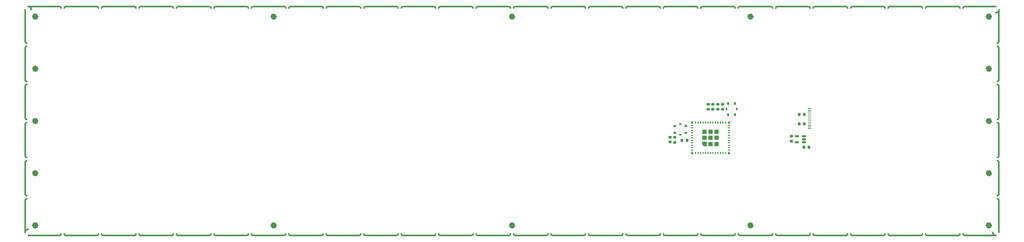
<source format=gbp>
G04 #@! TF.GenerationSoftware,KiCad,Pcbnew,7.0.8*
G04 #@! TF.CreationDate,2023-11-01T20:17:53+00:00*
G04 #@! TF.ProjectId,stencil,7374656e-6369-46c2-9e6b-696361645f70,C*
G04 #@! TF.SameCoordinates,PX2160ec0PY5f5dd18*
G04 #@! TF.FileFunction,Paste,Bot*
G04 #@! TF.FilePolarity,Positive*
%FSLAX46Y46*%
G04 Gerber Fmt 4.6, Leading zero omitted, Abs format (unit mm)*
G04 Created by KiCad (PCBNEW 7.0.8) date 2023-11-01 20:17:53*
%MOMM*%
%LPD*%
G01*
G04 APERTURE LIST*
G04 Aperture macros list*
%AMRoundRect*
0 Rectangle with rounded corners*
0 $1 Rounding radius*
0 $2 $3 $4 $5 $6 $7 $8 $9 X,Y pos of 4 corners*
0 Add a 4 corners polygon primitive as box body*
4,1,4,$2,$3,$4,$5,$6,$7,$8,$9,$2,$3,0*
0 Add four circle primitives for the rounded corners*
1,1,$1+$1,$2,$3*
1,1,$1+$1,$4,$5*
1,1,$1+$1,$6,$7*
1,1,$1+$1,$8,$9*
0 Add four rect primitives between the rounded corners*
20,1,$1+$1,$2,$3,$4,$5,0*
20,1,$1+$1,$4,$5,$6,$7,0*
20,1,$1+$1,$6,$7,$8,$9,0*
20,1,$1+$1,$8,$9,$2,$3,0*%
%AMFreePoly0*
4,1,6,0.725000,-0.725000,-0.125000,-0.725000,-0.725000,-0.125000,-0.725000,0.725000,0.725000,0.725000,0.725000,-0.725000,0.725000,-0.725000,$1*%
G04 Aperture macros list end*
%ADD10C,0.500000*%
%ADD11C,1.000000*%
%ADD12C,1.050000*%
%ADD13RoundRect,0.200000X0.200000X0.275000X-0.200000X0.275000X-0.200000X-0.275000X0.200000X-0.275000X0*%
%ADD14RoundRect,0.225000X-0.225000X-0.250000X0.225000X-0.250000X0.225000X0.250000X-0.225000X0.250000X0*%
%ADD15RoundRect,0.150000X0.512500X0.150000X-0.512500X0.150000X-0.512500X-0.150000X0.512500X-0.150000X0*%
%ADD16RoundRect,0.200000X-0.275000X0.200000X-0.275000X-0.200000X0.275000X-0.200000X0.275000X0.200000X0*%
%ADD17R,0.800000X0.400000*%
%ADD18R,0.400000X0.800000*%
%ADD19R,1.450000X1.450000*%
%ADD20FreePoly0,0.000000*%
%ADD21R,0.700000X0.700000*%
%ADD22RoundRect,0.200000X0.275000X-0.200000X0.275000X0.200000X-0.275000X0.200000X-0.275000X-0.200000X0*%
%ADD23RoundRect,0.225000X-0.250000X0.225000X-0.250000X-0.225000X0.250000X-0.225000X0.250000X0.225000X0*%
%ADD24RoundRect,0.112500X-0.287500X-0.112500X0.287500X-0.112500X0.287500X0.112500X-0.287500X0.112500X0*%
%ADD25RoundRect,0.127000X-0.323000X-0.173000X0.323000X-0.173000X0.323000X0.173000X-0.323000X0.173000X0*%
%ADD26R,1.130000X0.280000*%
%ADD27R,1.130000X0.230000*%
%ADD28RoundRect,0.112500X-0.112500X0.287500X-0.112500X-0.287500X0.112500X-0.287500X0.112500X0.287500X0*%
%ADD29RoundRect,0.127000X-0.173000X0.323000X-0.173000X-0.323000X0.173000X-0.323000X0.173000X0.323000X0*%
G04 APERTURE END LIST*
D10*
X126903846Y-26000146D02*
G75*
G03*
X127403846Y-25500084I-46J500046D01*
G01*
X260750016Y9999916D02*
G75*
G03*
X260250000Y10499916I-500016J-16D01*
G01*
X163634616Y47499916D02*
G75*
G03*
X163134615Y47999916I-500016J-16D01*
G01*
X-53250000Y11999916D02*
G75*
G03*
X-52750000Y11499916I500001J1D01*
G01*
D11*
X104250000Y44749916D02*
G75*
G03*
X104250000Y44749916I-500000J0D01*
G01*
D10*
X260750050Y-14666750D02*
G75*
G03*
X260250000Y-14166750I-500050J-50D01*
G01*
X247673076Y-26000076D02*
G75*
G03*
X248173076Y-25500084I24J499976D01*
G01*
X30288461Y-26000061D02*
G75*
G03*
X30788461Y-25500084I39J499961D01*
G01*
X164634616Y-25500084D02*
G75*
G03*
X165134615Y-26000084I499984J-16D01*
G01*
X-53250000Y34666583D02*
X-53250000Y24333250D01*
X19711516Y-25500084D02*
G75*
G03*
X20211538Y-26000084I499984J-16D01*
G01*
X151557716Y47499916D02*
G75*
G03*
X151057692Y47999916I-500016J-16D01*
G01*
X103250016Y47499916D02*
G75*
G03*
X102750000Y47999916I-500016J-16D01*
G01*
X176711516Y-25500084D02*
G75*
G03*
X177211538Y-26000084I499984J-16D01*
G01*
X104750000Y-26000084D02*
X114826923Y-26000084D01*
X54942316Y47499916D02*
G75*
G03*
X54442307Y47999916I-500016J-16D01*
G01*
X249673076Y-26000084D02*
X259749999Y-26000084D01*
X225519230Y47999916D02*
X235596153Y47999916D01*
X258750016Y-25000084D02*
G75*
G03*
X259750000Y-26000084I999984J-16D01*
G01*
X260750050Y22333250D02*
G75*
G03*
X260250000Y22833250I-500050J-50D01*
G01*
X128903846Y47999916D02*
X138980769Y47999916D01*
D12*
X258025000Y44749916D02*
G75*
G03*
X258025000Y44749916I-525000J0D01*
G01*
D10*
X199365384Y-26000084D02*
G75*
G03*
X199865384Y-25500084I16J499984D01*
G01*
X-40173076Y47999916D02*
X-30096154Y47999916D01*
X90673076Y-26000076D02*
G75*
G03*
X91173076Y-25500084I24J499976D01*
G01*
X78596153Y-26000053D02*
G75*
G03*
X79096153Y-25500084I47J499953D01*
G01*
X139480816Y47499916D02*
G75*
G03*
X138980769Y47999916I-500016J-16D01*
G01*
X-52750000Y10499916D02*
G75*
G03*
X-53250000Y9999916I1J-500001D01*
G01*
X68519230Y47999870D02*
G75*
G03*
X68019230Y47499916I-30J-499970D01*
G01*
X6134615Y-26000115D02*
G75*
G03*
X6634615Y-25500084I-15J500015D01*
G01*
X44365384Y47999916D02*
G75*
G03*
X43865384Y47499916I16J-500016D01*
G01*
X-30096154Y-26000086D02*
G75*
G03*
X-29596154Y-25500084I-6J500006D01*
G01*
X-3942308Y47999916D02*
X6134615Y47999916D01*
X225519230Y-26000084D02*
X235596153Y-26000084D01*
X20211538Y47999862D02*
G75*
G03*
X19711538Y47499916I-38J-499962D01*
G01*
X42365384Y-26000084D02*
G75*
G03*
X42865384Y-25500084I16J499984D01*
G01*
X163134615Y-26000115D02*
G75*
G03*
X163634615Y-25500084I-15J500015D01*
G01*
X-53250000Y-14666750D02*
X-53250000Y-25000084D01*
X8134615Y47999885D02*
G75*
G03*
X7634615Y47499916I-15J-499985D01*
G01*
X128903846Y47999854D02*
G75*
G03*
X128403846Y47499916I-46J-499954D01*
G01*
X-53250000Y-333417D02*
G75*
G03*
X-52750000Y-833417I500001J1D01*
G01*
X140480816Y-25500084D02*
G75*
G03*
X140980769Y-26000084I499984J-16D01*
G01*
X189288461Y47999939D02*
G75*
G03*
X188788461Y47499916I39J-500039D01*
G01*
X-53250000Y22333250D02*
X-53250000Y11999916D01*
X212942316Y-25500084D02*
G75*
G03*
X213442307Y-26000084I499984J-16D01*
G01*
X199865416Y47499916D02*
G75*
G03*
X199365384Y47999916I-500016J-16D01*
G01*
X-28096154Y-26000084D02*
X-18019231Y-26000084D01*
X138980769Y-26000069D02*
G75*
G03*
X139480769Y-25500084I31J499969D01*
G01*
X56442307Y47999893D02*
G75*
G03*
X55942307Y47499916I-7J-499993D01*
G01*
X177211538Y47999916D02*
X187288461Y47999916D01*
X92173116Y-25500084D02*
G75*
G03*
X92673076Y-26000084I499984J-16D01*
G01*
X249173116Y-25500084D02*
G75*
G03*
X249673076Y-26000084I499984J-16D01*
G01*
X-52750000Y-1833417D02*
G75*
G03*
X-53250000Y-2333417I1J-500001D01*
G01*
X91173116Y47499916D02*
G75*
G03*
X90673076Y47999916I-500016J-16D01*
G01*
D12*
X-49475000Y-22750084D02*
G75*
G03*
X-49475000Y-22750084I-525000J0D01*
G01*
X-49475000Y44749916D02*
G75*
G03*
X-49475000Y44749916I-525000J0D01*
G01*
D10*
X-52250000Y47999916D02*
X-42173076Y47999916D01*
X-53250000Y-12666750D02*
G75*
G03*
X-52750000Y-13166750I500001J1D01*
G01*
X68519230Y-26000084D02*
X78596153Y-26000084D01*
X-28596154Y-25500084D02*
G75*
G03*
X-28096154Y-26000084I500004J4D01*
G01*
X260749983Y34666583D02*
G75*
G03*
X260250000Y35166583I-499983J17D01*
G01*
X260250000Y-13166700D02*
G75*
G03*
X260750000Y-12666750I0J500000D01*
G01*
X165134615Y47999916D02*
X175211538Y47999916D01*
X260750000Y-2333417D02*
X260750000Y-12666750D01*
X187288461Y-26000061D02*
G75*
G03*
X187788461Y-25500084I39J499961D01*
G01*
X140980769Y47999931D02*
G75*
G03*
X140480769Y47499916I31J-500031D01*
G01*
X54442307Y-26000107D02*
G75*
G03*
X54942307Y-25500084I-7J500007D01*
G01*
X-42173076Y-26000084D02*
G75*
G03*
X-41673076Y-25500084I-1J500001D01*
G01*
X-4442284Y-25500084D02*
G75*
G03*
X-3942308Y-26000084I499984J-16D01*
G01*
X-41673076Y47499916D02*
G75*
G03*
X-42173076Y47999916I-500001J-1D01*
G01*
D11*
X27375000Y44749916D02*
G75*
G03*
X27375000Y44749916I-500000J0D01*
G01*
D10*
X211442307Y-26000107D02*
G75*
G03*
X211942307Y-25500084I-7J500007D01*
G01*
X-40173076Y-26000084D02*
X-30096154Y-26000084D01*
X44365384Y-26000084D02*
X54442307Y-26000084D01*
D11*
X258000000Y10999916D02*
G75*
G03*
X258000000Y10999916I-500000J0D01*
G01*
D10*
X-52750000Y35166583D02*
G75*
G03*
X-53250000Y34666583I1J-500001D01*
G01*
X177211538Y-26000084D02*
X187288461Y-26000084D01*
X55942316Y-25500084D02*
G75*
G03*
X56442307Y-26000084I499984J-16D01*
G01*
X-16019231Y47999931D02*
G75*
G03*
X-16519231Y47499916I31J-500031D01*
G01*
X-53250000Y36666583D02*
G75*
G03*
X-52750000Y36166583I500001J1D01*
G01*
X260750000Y-14666750D02*
X260750000Y-25000084D01*
X213442307Y-26000084D02*
X223519230Y-26000084D01*
X237596153Y47999947D02*
G75*
G03*
X237096153Y47499916I47J-500047D01*
G01*
X213442307Y47999893D02*
G75*
G03*
X212942307Y47499916I-7J-499993D01*
G01*
X151057692Y-26000092D02*
G75*
G03*
X151557692Y-25500084I8J499992D01*
G01*
X43865416Y-25500084D02*
G75*
G03*
X44365384Y-26000084I499984J-16D01*
G01*
X187788516Y47499916D02*
G75*
G03*
X187288461Y47999916I-500016J-16D01*
G01*
X201365384Y47999916D02*
G75*
G03*
X200865384Y47499916I16J-500016D01*
G01*
D11*
X-49500000Y-5875084D02*
G75*
G03*
X-49500000Y-5875084I-500000J0D01*
G01*
D10*
X8134615Y-26000084D02*
X18211538Y-26000084D01*
X116826923Y47999877D02*
G75*
G03*
X116326923Y47499916I-23J-499977D01*
G01*
D11*
X181125000Y44749916D02*
G75*
G03*
X181125000Y44749916I-500000J0D01*
G01*
D10*
X-16019231Y47999916D02*
X-5942308Y47999916D01*
X235596153Y-26000053D02*
G75*
G03*
X236096153Y-25500084I47J499953D01*
G01*
X260250000Y23833300D02*
G75*
G03*
X260750000Y24333250I0J500000D01*
G01*
X127403816Y47499916D02*
G75*
G03*
X126903846Y47999916I-500016J-16D01*
G01*
X42865416Y47499916D02*
G75*
G03*
X42365384Y47999916I-500016J-16D01*
G01*
X67019216Y47499916D02*
G75*
G03*
X66519230Y47999916I-500016J-16D01*
G01*
X-53250000Y-2333417D02*
X-53250000Y-12666750D01*
X104250016Y-25500084D02*
G75*
G03*
X104750000Y-26000084I499984J-16D01*
G01*
X-28096154Y47999916D02*
X-18019231Y47999916D01*
X-3942308Y-26000084D02*
X6134615Y-26000084D01*
X92673076Y-26000084D02*
X102750000Y-26000084D01*
X189288461Y-26000084D02*
X199365384Y-26000084D01*
X80096216Y-25500084D02*
G75*
G03*
X80596153Y-26000084I499984J-16D01*
G01*
X31788516Y-25500084D02*
G75*
G03*
X32288461Y-26000084I499984J-16D01*
G01*
D11*
X104250000Y-22750084D02*
G75*
G03*
X104250000Y-22750084I-500000J0D01*
G01*
D10*
X153057692Y-26000084D02*
X163134615Y-26000084D01*
X18711516Y47499916D02*
G75*
G03*
X18211538Y47999916I-500016J-16D01*
G01*
D11*
X258000000Y27874916D02*
G75*
G03*
X258000000Y27874916I-500000J0D01*
G01*
D10*
X-18019231Y-26000069D02*
G75*
G03*
X-17519231Y-25500084I31J499969D01*
G01*
X225519230Y47999870D02*
G75*
G03*
X225019230Y47499916I-30J-499970D01*
G01*
X-40173076Y47999916D02*
G75*
G03*
X-40673076Y47499916I1J-500001D01*
G01*
X-17519184Y47499916D02*
G75*
G03*
X-18019231Y47999916I-500016J-16D01*
G01*
X116326916Y-25500084D02*
G75*
G03*
X116826923Y-26000084I499984J-16D01*
G01*
X32288461Y47999916D02*
X42365384Y47999916D01*
X-52250000Y-26000084D02*
X-42173076Y-26000084D01*
X116826923Y-26000084D02*
X126903846Y-26000084D01*
X248173116Y47499916D02*
G75*
G03*
X247673076Y47999916I-500016J-16D01*
G01*
X260750000Y9999916D02*
X260750000Y-333417D01*
X-16019231Y-26000084D02*
X-5942308Y-26000084D01*
X165134615Y47999885D02*
G75*
G03*
X164634615Y47499916I-15J-499985D01*
G01*
X-53250000Y9999916D02*
X-53250000Y-333417D01*
X92673076Y47999916D02*
X102750000Y47999916D01*
X260750000Y22333250D02*
X260750000Y11999916D01*
D12*
X258025000Y-22750084D02*
G75*
G03*
X258025000Y-22750084I-525000J0D01*
G01*
D10*
X260250000Y36166600D02*
G75*
G03*
X260750000Y36666583I0J500000D01*
G01*
X-52750000Y22833250D02*
G75*
G03*
X-53250000Y22333250I1J-500001D01*
G01*
X-16519184Y-25500084D02*
G75*
G03*
X-16019231Y-26000084I499984J-16D01*
G01*
X102750000Y-26000100D02*
G75*
G03*
X103250000Y-25500084I0J500000D01*
G01*
X153057692Y47999916D02*
X163134615Y47999916D01*
X-28096154Y47999914D02*
G75*
G03*
X-28596154Y47499916I4J-500004D01*
G01*
X116826923Y47999916D02*
X126903846Y47999916D01*
X260749983Y-2333417D02*
G75*
G03*
X260250000Y-1833417I-499983J17D01*
G01*
X80596153Y47999947D02*
G75*
G03*
X80096153Y47499916I47J-500047D01*
G01*
X104750000Y47999900D02*
G75*
G03*
X104250000Y47499916I0J-500000D01*
G01*
X153057692Y47999908D02*
G75*
G03*
X152557692Y47499916I8J-500008D01*
G01*
X152557716Y-25500084D02*
G75*
G03*
X153057692Y-26000084I499984J-16D01*
G01*
X-53250000Y24333250D02*
G75*
G03*
X-52750000Y23833250I500001J1D01*
G01*
X56442307Y-26000084D02*
X66519230Y-26000084D01*
X260250000Y-833400D02*
G75*
G03*
X260750000Y-333417I0J500000D01*
G01*
D11*
X258000000Y-5875084D02*
G75*
G03*
X258000000Y-5875084I-500000J0D01*
G01*
X-49500000Y10999916D02*
G75*
G03*
X-49500000Y10999916I-500000J0D01*
G01*
D10*
X224019216Y47499916D02*
G75*
G03*
X223519230Y47999916I-500016J-16D01*
G01*
X68519230Y47999916D02*
X78596153Y47999916D01*
X201365384Y47999916D02*
X211442307Y47999916D01*
X237596153Y-26000084D02*
X247673076Y-26000084D01*
X200865416Y-25500084D02*
G75*
G03*
X201365384Y-26000084I499984J-16D01*
G01*
X175211538Y-26000138D02*
G75*
G03*
X175711538Y-25500084I-38J500038D01*
G01*
X201365384Y-26000084D02*
X211442307Y-26000084D01*
X56442307Y47999916D02*
X66519230Y47999916D01*
X128903846Y-26000084D02*
X138980769Y-26000084D01*
X92673076Y47999924D02*
G75*
G03*
X92173076Y47499916I24J-500024D01*
G01*
X44365384Y47999916D02*
X54442307Y47999916D01*
X-3942308Y47999908D02*
G75*
G03*
X-4442308Y47499916I8J-500008D01*
G01*
X188788516Y-25500084D02*
G75*
G03*
X189288461Y-26000084I499984J-16D01*
G01*
D11*
X-49500000Y27874916D02*
G75*
G03*
X-49500000Y27874916I-500000J0D01*
G01*
D10*
X-51250000Y46999916D02*
G75*
G03*
X-52250000Y47999916I-999999J1D01*
G01*
X260750000Y46999916D02*
X260750000Y36666583D01*
D11*
X27375000Y-22750084D02*
G75*
G03*
X27375000Y-22750084I-500000J0D01*
G01*
D10*
X79096216Y47499916D02*
G75*
G03*
X78596153Y47999916I-500016J-16D01*
G01*
X-5442284Y47499916D02*
G75*
G03*
X-5942308Y47999916I-500016J-16D01*
G01*
X20211538Y-26000084D02*
X30288461Y-26000084D01*
X140980769Y47999916D02*
X151057692Y47999916D01*
X213442307Y47999916D02*
X223519230Y47999916D01*
X177211538Y47999862D02*
G75*
G03*
X176711538Y47499916I-38J-499962D01*
G01*
X236096216Y47499916D02*
G75*
G03*
X235596153Y47999916I-500016J-16D01*
G01*
X66519230Y-26000130D02*
G75*
G03*
X67019230Y-25500084I-30J500030D01*
G01*
X-52750000Y-14166750D02*
G75*
G03*
X-53250000Y-14666750I1J-500001D01*
G01*
X68019216Y-25500084D02*
G75*
G03*
X68519230Y-26000084I499984J-16D01*
G01*
X225019216Y-25500084D02*
G75*
G03*
X225519230Y-26000084I499984J-16D01*
G01*
X260250000Y11499900D02*
G75*
G03*
X260750000Y11999916I0J500000D01*
G01*
X7634616Y-25500084D02*
G75*
G03*
X8134615Y-26000084I499984J-16D01*
G01*
X80596153Y-26000084D02*
X90673076Y-26000084D01*
X-52250000Y-24000084D02*
G75*
G03*
X-53250000Y-25000084I-1J-999999D01*
G01*
X80596153Y47999916D02*
X90673076Y47999916D01*
X-29596154Y47499916D02*
G75*
G03*
X-30096154Y47999916I-500006J-6D01*
G01*
D11*
X181125000Y-22750084D02*
G75*
G03*
X181125000Y-22750084I-500000J0D01*
G01*
D10*
X175711516Y47499916D02*
G75*
G03*
X175211538Y47999916I-500016J-16D01*
G01*
X20211538Y47999916D02*
X30288461Y47999916D01*
X32288461Y-26000084D02*
X42365384Y-26000084D01*
X237596153Y47999916D02*
X247673076Y47999916D01*
X249673076Y47999924D02*
G75*
G03*
X249173076Y47499916I24J-500024D01*
G01*
X32288461Y47999939D02*
G75*
G03*
X31788461Y47499916I39J-500039D01*
G01*
X104750000Y47999916D02*
X114826923Y47999916D01*
X8134615Y47999916D02*
X18211538Y47999916D01*
X165134615Y-26000084D02*
X175211538Y-26000084D01*
X128403816Y-25500084D02*
G75*
G03*
X128903846Y-26000084I499984J-16D01*
G01*
X237096216Y-25500084D02*
G75*
G03*
X237596153Y-26000084I499984J-16D01*
G01*
X-5942308Y-26000092D02*
G75*
G03*
X-5442308Y-25500084I8J499992D01*
G01*
X260750000Y34666583D02*
X260750000Y24333250D01*
X-53250000Y46999916D02*
X-53250000Y36666583D01*
X211942316Y47499916D02*
G75*
G03*
X211442307Y47999916I-500016J-16D01*
G01*
X140980769Y-26000084D02*
X151057692Y-26000084D01*
X249673076Y47999916D02*
X259749999Y47999916D01*
X6634616Y47499916D02*
G75*
G03*
X6134615Y47999916I-500016J-16D01*
G01*
X115326916Y47499916D02*
G75*
G03*
X114826923Y47999916I-500016J-16D01*
G01*
X189288461Y47999916D02*
X199365384Y47999916D01*
X18211538Y-26000138D02*
G75*
G03*
X18711538Y-25500084I-38J500038D01*
G01*
X114826923Y-26000123D02*
G75*
G03*
X115326923Y-25500084I-23J500023D01*
G01*
X259750000Y45999900D02*
G75*
G03*
X260750000Y46999916I0J1000000D01*
G01*
X30788516Y47499916D02*
G75*
G03*
X30288461Y47999916I-500016J-16D01*
G01*
X223519230Y-26000130D02*
G75*
G03*
X224019230Y-25500084I-30J500030D01*
G01*
X-40673076Y-25500084D02*
G75*
G03*
X-40173076Y-26000084I500001J1D01*
G01*
D13*
G04 #@! TO.C,R5*
X197988000Y10106000D03*
X196338000Y10106000D03*
G04 #@! TD*
D14*
G04 #@! TO.C,C1*
X197907000Y2499000D03*
X199457000Y2499000D03*
G04 #@! TD*
D13*
G04 #@! TO.C,R7*
X160200000Y4774000D03*
X158550000Y4774000D03*
G04 #@! TD*
D15*
G04 #@! TO.C,U1*
X197896000Y6055000D03*
X197896000Y5105000D03*
X197896000Y4155000D03*
X195621000Y4155000D03*
X195621000Y6055000D03*
G04 #@! TD*
D16*
G04 #@! TO.C,R8*
X171675000Y16424000D03*
X171675000Y14774000D03*
G04 #@! TD*
D17*
G04 #@! TO.C,U3*
X161844000Y1565500D03*
X161844000Y2365500D03*
X161844000Y3165500D03*
X161844000Y3965500D03*
X161844000Y4765500D03*
X161844000Y5565500D03*
X161844000Y6365500D03*
X161844000Y7165500D03*
X161844000Y7965500D03*
X161844000Y8765500D03*
X161844000Y9565500D03*
D18*
X162944000Y10465500D03*
X163744000Y10465500D03*
X164544000Y10465500D03*
X165344000Y10465500D03*
X166144000Y10465500D03*
X166944000Y10465500D03*
X167744000Y10465500D03*
X168544000Y10465500D03*
X169344000Y10465500D03*
X170144000Y10465500D03*
X170944000Y10465500D03*
X171744000Y10465500D03*
X172544000Y10465500D03*
D17*
X173644000Y9565500D03*
X173644000Y8765500D03*
X173644000Y7965500D03*
X173644000Y7165500D03*
X173644000Y6365500D03*
X173644000Y5565500D03*
X173644000Y4765500D03*
X173644000Y3965500D03*
X173644000Y3165500D03*
X173644000Y2365500D03*
X173644000Y1565500D03*
D18*
X172544000Y665500D03*
X171744000Y665500D03*
X170944000Y665500D03*
X170144000Y665500D03*
X169344000Y665500D03*
X168544000Y665500D03*
X167744000Y665500D03*
X166944000Y665500D03*
X166144000Y665500D03*
X165344000Y665500D03*
X164544000Y665500D03*
X163744000Y665500D03*
X162944000Y665500D03*
D19*
X165769000Y7540500D03*
X165769000Y5565500D03*
D20*
X165769000Y3590500D03*
D19*
X167744000Y7540500D03*
X167744000Y5565500D03*
X167744000Y3590500D03*
X169719000Y7540500D03*
X169719000Y5565500D03*
X169719000Y3590500D03*
D21*
X173694000Y615500D03*
X173694000Y10515500D03*
X161794000Y10515500D03*
X161794000Y615500D03*
G04 #@! TD*
D22*
G04 #@! TO.C,R6*
X156225000Y4074000D03*
X156225000Y5724000D03*
G04 #@! TD*
D23*
G04 #@! TO.C,C2*
X193843000Y6068000D03*
X193843000Y4518000D03*
G04 #@! TD*
G04 #@! TO.C,C3*
X154700000Y5774000D03*
X154700000Y4224000D03*
G04 #@! TD*
D24*
G04 #@! TO.C,s1*
X158025000Y6599000D03*
X158025000Y9949000D03*
D25*
X156225000Y7174000D03*
X159825000Y7174000D03*
X156225000Y9374000D03*
X159825000Y9374000D03*
G04 #@! TD*
D26*
G04 #@! TO.C,USB-C1*
X199701000Y15186000D03*
X199701000Y14386000D03*
D27*
X199701000Y13111000D03*
X199701000Y12111000D03*
X199701000Y11611000D03*
X199701000Y10611000D03*
D26*
X199701000Y9336000D03*
X199701000Y8536000D03*
X199701000Y8786000D03*
X199701000Y9586000D03*
D27*
X199701000Y10111000D03*
X199701000Y11111000D03*
X199701000Y12611000D03*
X199701000Y13611000D03*
D26*
X199701000Y14136000D03*
X199701000Y14936000D03*
G04 #@! TD*
D16*
G04 #@! TO.C,R2*
X168543000Y16424000D03*
X168543000Y14774000D03*
G04 #@! TD*
G04 #@! TO.C,R3*
X170100000Y16424000D03*
X170100000Y14774000D03*
G04 #@! TD*
G04 #@! TO.C,R4*
X167000000Y16424000D03*
X167000000Y14774000D03*
G04 #@! TD*
D28*
G04 #@! TO.C,s2*
X172875000Y14874000D03*
X176225000Y14874000D03*
D29*
X173450000Y16674000D03*
X173450000Y13074000D03*
X175650000Y16674000D03*
X175650000Y13074000D03*
G04 #@! TD*
D13*
G04 #@! TO.C,R1*
X197988000Y13106000D03*
X196338000Y13106000D03*
G04 #@! TD*
M02*

</source>
